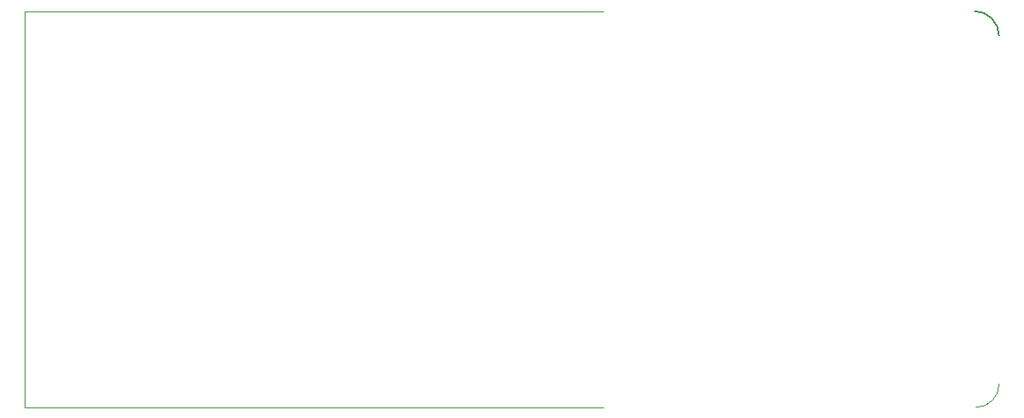
<source format=gto>
G04 #@! TF.GenerationSoftware,KiCad,Pcbnew,(5.1.4)-1*
G04 #@! TF.CreationDate,2023-10-04T08:31:49-04:00*
G04 #@! TF.ProjectId,ai03-pcb-guide,61693033-2d70-4636-922d-67756964652e,rev?*
G04 #@! TF.SameCoordinates,Original*
G04 #@! TF.FileFunction,Legend,Top*
G04 #@! TF.FilePolarity,Positive*
%FSLAX46Y46*%
G04 Gerber Fmt 4.6, Leading zero omitted, Abs format (unit mm)*
G04 Created by KiCad (PCBNEW (5.1.4)-1) date 2023-10-04 08:31:49*
%MOMM*%
%LPD*%
G04 APERTURE LIST*
%ADD10C,0.120000*%
%ADD11C,0.200000*%
%ADD12O,1.802000X2.802000*%
%ADD13C,1.852000*%
%ADD14C,4.089800*%
G04 APERTURE END LIST*
D10*
X182562500Y-125412500D02*
X238125000Y-125412500D01*
X182562500Y-87312500D02*
X182562500Y-125412500D01*
X238125000Y-87312500D02*
X182562500Y-87312500D01*
X276225000Y-123190000D02*
G75*
G02X273989800Y-125425200I-2235200J0D01*
G01*
D11*
X273862800Y-87299800D02*
G75*
G02X276225000Y-89662000I0J-2362200D01*
G01*
%LPC*%
D12*
X199550000Y-88900000D03*
X206850000Y-88900000D03*
X206850000Y-93400000D03*
X199550000Y-93400000D03*
D13*
X271780000Y-115887500D03*
X261620000Y-115887500D03*
D14*
X266700000Y-115887500D03*
D13*
X252730000Y-115887500D03*
X242570000Y-115887500D03*
D14*
X247650000Y-115887500D03*
D13*
X271780000Y-96837500D03*
X261620000Y-96837500D03*
D14*
X266700000Y-96837500D03*
D13*
X252730000Y-96837500D03*
X242570000Y-96837500D03*
D14*
X247650000Y-96837500D03*
M02*

</source>
